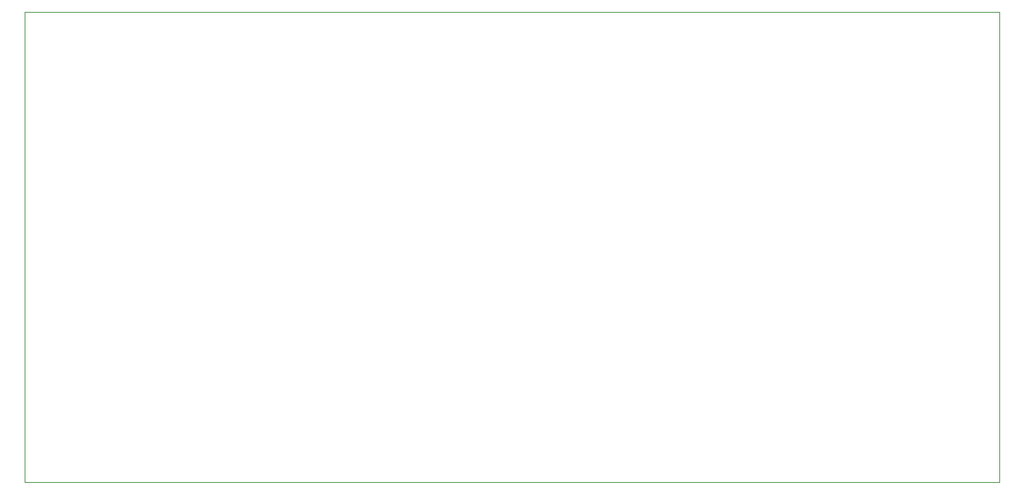
<source format=gbr>
%TF.GenerationSoftware,KiCad,Pcbnew,(5.1.10)-1*%
%TF.CreationDate,2021-11-07T19:57:30+01:00*%
%TF.ProjectId,bussData,62757373-4461-4746-912e-6b696361645f,rev?*%
%TF.SameCoordinates,Original*%
%TF.FileFunction,Profile,NP*%
%FSLAX46Y46*%
G04 Gerber Fmt 4.6, Leading zero omitted, Abs format (unit mm)*
G04 Created by KiCad (PCBNEW (5.1.10)-1) date 2021-11-07 19:57:30*
%MOMM*%
%LPD*%
G01*
G04 APERTURE LIST*
%TA.AperFunction,Profile*%
%ADD10C,0.050000*%
%TD*%
G04 APERTURE END LIST*
D10*
X187960000Y-54610000D02*
X187960000Y-57150000D01*
X77470000Y-54610000D02*
X187960000Y-54610000D01*
X77470000Y-57150000D02*
X77470000Y-54610000D01*
X77470000Y-107950000D02*
X77470000Y-105410000D01*
X187960000Y-107950000D02*
X77470000Y-107950000D01*
X187960000Y-105410000D02*
X187960000Y-107950000D01*
X187960000Y-105410000D02*
X187960000Y-57150000D01*
X77470000Y-57150000D02*
X77470000Y-105410000D01*
M02*

</source>
